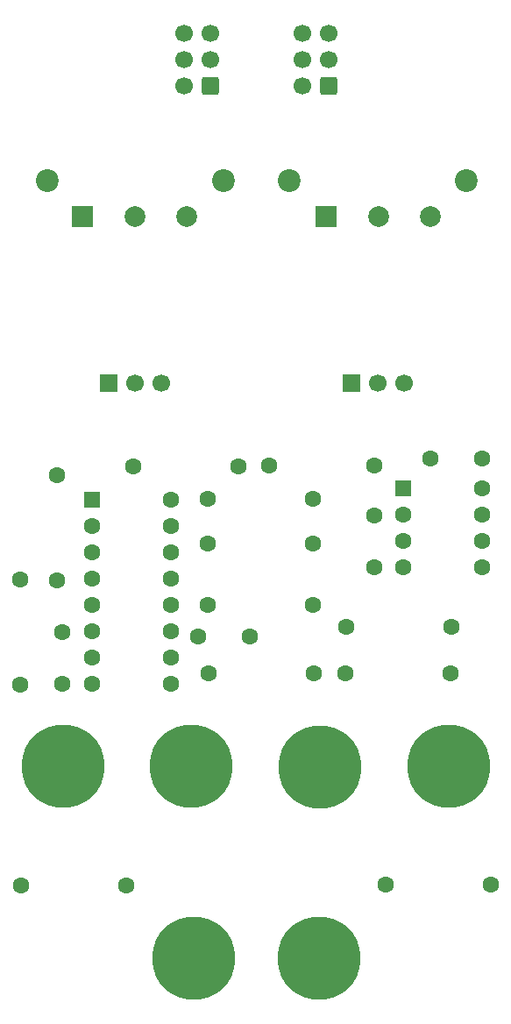
<source format=gbr>
%TF.GenerationSoftware,KiCad,Pcbnew,9.0.6*%
%TF.CreationDate,2026-01-15T14:59:23+11:00*%
%TF.ProjectId,voltage-controlled-amplifier,766f6c74-6167-4652-9d63-6f6e74726f6c,rev?*%
%TF.SameCoordinates,Original*%
%TF.FileFunction,Soldermask,Bot*%
%TF.FilePolarity,Negative*%
%FSLAX46Y46*%
G04 Gerber Fmt 4.6, Leading zero omitted, Abs format (unit mm)*
G04 Created by KiCad (PCBNEW 9.0.6) date 2026-01-15 14:59:23*
%MOMM*%
%LPD*%
G01*
G04 APERTURE LIST*
G04 Aperture macros list*
%AMRoundRect*
0 Rectangle with rounded corners*
0 $1 Rounding radius*
0 $2 $3 $4 $5 $6 $7 $8 $9 X,Y pos of 4 corners*
0 Add a 4 corners polygon primitive as box body*
4,1,4,$2,$3,$4,$5,$6,$7,$8,$9,$2,$3,0*
0 Add four circle primitives for the rounded corners*
1,1,$1+$1,$2,$3*
1,1,$1+$1,$4,$5*
1,1,$1+$1,$6,$7*
1,1,$1+$1,$8,$9*
0 Add four rect primitives between the rounded corners*
20,1,$1+$1,$2,$3,$4,$5,0*
20,1,$1+$1,$4,$5,$6,$7,0*
20,1,$1+$1,$6,$7,$8,$9,0*
20,1,$1+$1,$8,$9,$2,$3,0*%
G04 Aperture macros list end*
%ADD10C,2.200000*%
%ADD11R,1.700000X1.700000*%
%ADD12C,1.700000*%
%ADD13C,8.000000*%
%ADD14C,1.600000*%
%ADD15RoundRect,0.250000X0.600000X0.600000X-0.600000X0.600000X-0.600000X-0.600000X0.600000X-0.600000X0*%
%ADD16RoundRect,0.250000X-0.550000X-0.550000X0.550000X-0.550000X0.550000X0.550000X-0.550000X0.550000X0*%
%ADD17R,2.000000X2.000000*%
%ADD18C,2.000000*%
G04 APERTURE END LIST*
D10*
%TO.C,RV2*%
X78000000Y-64960000D03*
X95050000Y-64960000D03*
D11*
X83960000Y-84460000D03*
D12*
X86500000Y-84460000D03*
X89040000Y-84460000D03*
%TD*%
D10*
%TO.C,RV1*%
X54585000Y-64960000D03*
X71635000Y-64960000D03*
D11*
X60545000Y-84460000D03*
D12*
X63085000Y-84460000D03*
X65625000Y-84460000D03*
%TD*%
D13*
%TO.C,J8*%
X80909369Y-121539141D03*
%TD*%
D14*
%TO.C,R12*%
X97429118Y-132963937D03*
X87269118Y-132963937D03*
%TD*%
%TO.C,R7*%
X80211822Y-100000000D03*
X70051822Y-100000000D03*
%TD*%
D13*
%TO.C,J10*%
X80836603Y-140031574D03*
%TD*%
D15*
%TO.C,J1*%
X70351278Y-55804480D03*
D12*
X67811278Y-55804480D03*
X70351278Y-53264480D03*
X67811278Y-53264480D03*
X70351278Y-50724480D03*
X67811278Y-50724480D03*
%TD*%
D14*
%TO.C,R3*%
X73080000Y-92500000D03*
X62920000Y-92500000D03*
%TD*%
%TO.C,R5*%
X55500000Y-103580000D03*
X55500000Y-93420000D03*
%TD*%
D16*
%TO.C,U2*%
X89000000Y-94690000D03*
D14*
X89000000Y-97230000D03*
X89000000Y-99770000D03*
X89000000Y-102310000D03*
X96620000Y-102310000D03*
X96620000Y-99770000D03*
X96620000Y-97230000D03*
X96620000Y-94690000D03*
%TD*%
%TO.C,R9*%
X80276970Y-105944623D03*
X70116970Y-105944623D03*
%TD*%
%TO.C,C1*%
X74183846Y-108938969D03*
X69183846Y-108938969D03*
%TD*%
%TO.C,R6*%
X62247323Y-133004329D03*
X52087323Y-133004329D03*
%TD*%
D13*
%TO.C,J9*%
X93399066Y-121506150D03*
%TD*%
D14*
%TO.C,R10*%
X83420000Y-112553862D03*
X93580000Y-112553862D03*
%TD*%
D13*
%TO.C,J4*%
X68500000Y-121527566D03*
%TD*%
D17*
%TO.C,J7*%
X81500000Y-68395000D03*
D18*
X86580000Y-68395000D03*
X91580000Y-68395000D03*
%TD*%
D14*
%TO.C,R11*%
X93660000Y-108000000D03*
X83500000Y-108000000D03*
%TD*%
D15*
%TO.C,J2*%
X81738158Y-55804480D03*
D12*
X79198158Y-55804480D03*
X81738158Y-53264480D03*
X79198158Y-53264480D03*
X81738158Y-50724480D03*
X79198158Y-50724480D03*
%TD*%
D14*
%TO.C,R2*%
X80211822Y-95706162D03*
X70051822Y-95706162D03*
%TD*%
D13*
%TO.C,J5*%
X56090755Y-121519656D03*
%TD*%
D14*
%TO.C,C4*%
X86156346Y-102289996D03*
X86156346Y-97289996D03*
%TD*%
%TO.C,C2*%
X55995297Y-108544862D03*
X55995297Y-113544862D03*
%TD*%
D17*
%TO.C,J3*%
X58009532Y-68395000D03*
D18*
X63089532Y-68395000D03*
X68089532Y-68395000D03*
%TD*%
D14*
%TO.C,R1*%
X52000000Y-103420000D03*
X52000000Y-113580000D03*
%TD*%
D13*
%TO.C,J6*%
X68711444Y-140022181D03*
%TD*%
D14*
%TO.C,R8*%
X70180138Y-112493625D03*
X80340138Y-112493625D03*
%TD*%
%TO.C,R4*%
X86152534Y-92469898D03*
X75992534Y-92469898D03*
%TD*%
%TO.C,C3*%
X91610297Y-91804394D03*
X96610297Y-91804394D03*
%TD*%
D16*
%TO.C,U1*%
X58887798Y-95784530D03*
D14*
X58887798Y-98324530D03*
X58887798Y-100864530D03*
X58887798Y-103404530D03*
X58887798Y-105944530D03*
X58887798Y-108484530D03*
X58887798Y-111024530D03*
X58887798Y-113564530D03*
X66507798Y-113564530D03*
X66507798Y-111024530D03*
X66507798Y-108484530D03*
X66507798Y-105944530D03*
X66507798Y-103404530D03*
X66507798Y-100864530D03*
X66507798Y-98324530D03*
X66507798Y-95784530D03*
%TD*%
M02*

</source>
